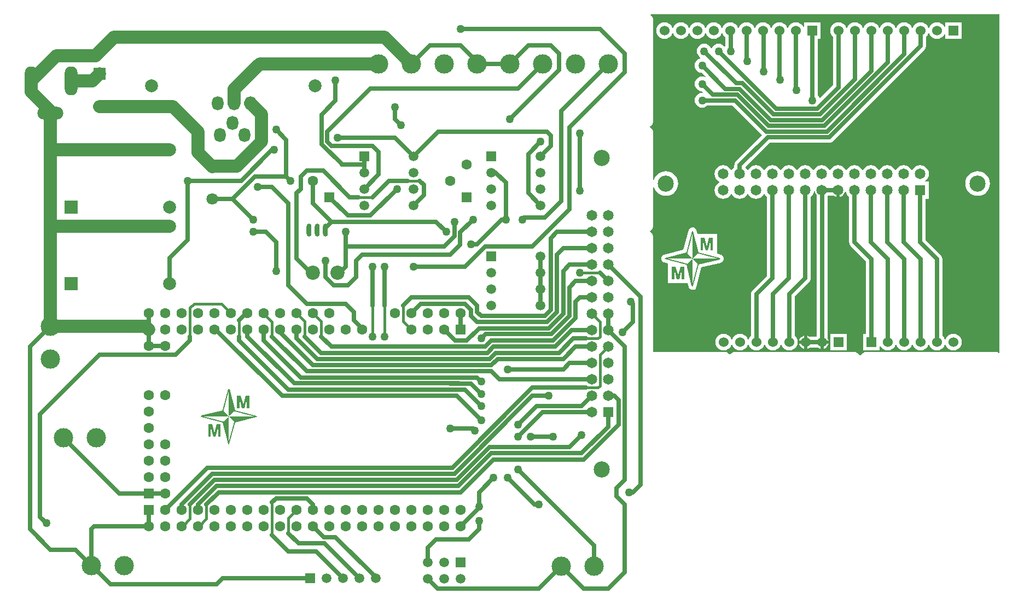
<source format=gbl>
%FSLAX25Y25*%
%MOIN*%
G70*
G01*
G75*
G04 Layer_Physical_Order=2*
G04 Layer_Color=16711680*
%ADD10R,0.05118X0.05906*%
%ADD11R,0.05118X0.03347*%
%ADD12R,0.06000X0.06000*%
%ADD13R,0.03347X0.05118*%
%ADD14R,0.02362X0.05118*%
%ADD15R,0.05906X0.05118*%
%ADD16C,0.02500*%
%ADD17C,0.10000*%
%ADD18C,0.01500*%
%ADD19O,0.07087X0.08661*%
%ADD20R,0.06000X0.06000*%
%ADD21C,0.06000*%
%ADD22C,0.07874*%
%ADD23R,0.07874X0.07874*%
%ADD24O,0.15748X0.07874*%
%ADD25O,0.07874X0.17716*%
%ADD26O,0.03000X0.07874*%
%ADD27R,0.06299X0.06299*%
%ADD28C,0.06299*%
%ADD29O,0.03000X0.07874*%
%ADD30C,0.07087*%
%ADD31R,0.05906X0.05906*%
%ADD32C,0.05906*%
%ADD33R,0.07284X0.07284*%
%ADD34C,0.07284*%
%ADD35R,0.06299X0.06299*%
%ADD36C,0.08661*%
%ADD37C,0.06496*%
%ADD38R,0.06496X0.06496*%
%ADD39R,0.06496X0.06496*%
%ADD40C,0.11811*%
%ADD41C,0.09843*%
%ADD42C,0.05000*%
%ADD43R,0.00787X0.00787*%
%ADD44C,0.08000*%
%ADD45C,0.00787*%
G36*
X145899Y109218D02*
X132884Y105965D01*
X129596Y109253D01*
X129787Y109714D01*
X145838D01*
X145899Y109218D01*
D02*
G37*
G36*
X128672Y110177D02*
X128481Y109714D01*
X112430D01*
X112369Y110211D01*
X125384Y113464D01*
X128672Y110177D01*
D02*
G37*
G36*
X132884Y113464D02*
X129596Y110177D01*
X129134Y110368D01*
Y126418D01*
X129630Y126479D01*
X132884Y113464D01*
D02*
G37*
G36*
X129134Y109061D02*
Y93011D01*
X128638Y92950D01*
X125384Y105965D01*
X128672Y109253D01*
X129134Y109061D01*
D02*
G37*
G36*
X124033Y97215D02*
X122600D01*
X122589Y103258D01*
X121078Y97215D01*
X119578D01*
X118067Y103258D01*
Y97215D01*
X116634D01*
Y104903D01*
X118956D01*
X120334Y99648D01*
X121700Y104903D01*
X124033D01*
Y97215D01*
D02*
G37*
G36*
X141533Y114715D02*
X140100D01*
X140089Y120758D01*
X138578Y114715D01*
X137078D01*
X135567Y120758D01*
Y114715D01*
X134134D01*
Y122403D01*
X136456D01*
X137833Y117148D01*
X139200Y122403D01*
X141533D01*
Y114715D01*
D02*
G37*
G36*
X598750Y148649D02*
X598302Y148428D01*
X598251Y148467D01*
X597286Y148866D01*
X596250Y149003D01*
X517500D01*
X516464Y148866D01*
X515499Y148467D01*
X514670Y147830D01*
X514034Y147001D01*
X514000Y146920D01*
X513500D01*
X513467Y147001D01*
X512830Y147830D01*
X512001Y148467D01*
X511036Y148866D01*
X510000Y149003D01*
X437500D01*
X436464Y148866D01*
X435499Y148467D01*
X434670Y147830D01*
X434625Y147772D01*
X434125D01*
X434080Y147830D01*
X433251Y148467D01*
X432286Y148866D01*
X431250Y149003D01*
X388001D01*
X387671Y149379D01*
X387753Y150000D01*
Y218750D01*
X387616Y219786D01*
X387216Y220751D01*
X386580Y221580D01*
X385751Y222217D01*
X385670Y222250D01*
Y222750D01*
X385751Y222783D01*
X386580Y223420D01*
X387216Y224249D01*
X387616Y225214D01*
X387753Y226250D01*
Y249287D01*
X388253Y249361D01*
X388410Y248842D01*
X389108Y247537D01*
X390047Y246393D01*
X391190Y245454D01*
X392495Y244757D01*
X393911Y244327D01*
X395384Y244182D01*
X396856Y244327D01*
X398272Y244757D01*
X399577Y245454D01*
X400721Y246393D01*
X401660Y247537D01*
X402357Y248842D01*
X402787Y250258D01*
X402932Y251730D01*
X402787Y253203D01*
X402357Y254619D01*
X401660Y255924D01*
X400721Y257068D01*
X399577Y258006D01*
X398272Y258704D01*
X396856Y259133D01*
X395384Y259278D01*
X393911Y259133D01*
X392495Y258704D01*
X391190Y258006D01*
X390047Y257068D01*
X389108Y255924D01*
X388410Y254619D01*
X388253Y254100D01*
X387753Y254174D01*
Y282500D01*
X387616Y283536D01*
X387216Y284501D01*
X386580Y285330D01*
X385751Y285966D01*
X385670Y286000D01*
Y286500D01*
X385751Y286533D01*
X386580Y287170D01*
X387216Y287999D01*
X387616Y288964D01*
X387753Y290000D01*
Y351250D01*
X387616Y352286D01*
X387216Y353251D01*
X386580Y354080D01*
X386034Y354500D01*
X386203Y355000D01*
X598750D01*
Y148649D01*
D02*
G37*
%LPC*%
G36*
X479625Y154000D02*
X476722D01*
X476728Y153956D01*
X477131Y152983D01*
X477772Y152147D01*
X478608Y151506D01*
X479581Y151103D01*
X479625Y151097D01*
Y154000D01*
D02*
G37*
G36*
X505625Y160000D02*
X495625D01*
Y150000D01*
X505625D01*
Y160000D01*
D02*
G37*
G36*
X494528Y154000D02*
X491625D01*
Y151097D01*
X491669Y151103D01*
X492642Y151506D01*
X493478Y152147D01*
X494119Y152983D01*
X494522Y153956D01*
X494528Y154000D01*
D02*
G37*
G36*
X585384Y259278D02*
X583911Y259133D01*
X582495Y258704D01*
X581190Y258006D01*
X580047Y257068D01*
X579108Y255924D01*
X578410Y254619D01*
X577981Y253203D01*
X577836Y251730D01*
X577981Y250258D01*
X578410Y248842D01*
X579108Y247537D01*
X580047Y246393D01*
X581190Y245454D01*
X582495Y244757D01*
X583911Y244327D01*
X585384Y244182D01*
X586856Y244327D01*
X588272Y244757D01*
X589577Y245454D01*
X590721Y246393D01*
X591660Y247537D01*
X592357Y248842D01*
X592787Y250258D01*
X592932Y251730D01*
X592787Y253203D01*
X592357Y254619D01*
X591660Y255924D01*
X590721Y257068D01*
X589577Y258006D01*
X588272Y258704D01*
X586856Y259133D01*
X585384Y259278D01*
D02*
G37*
G36*
X560625Y350043D02*
X559320Y349871D01*
X558103Y349367D01*
X557059Y348566D01*
X556257Y347522D01*
X555896Y346648D01*
X555354D01*
X554992Y347522D01*
X554191Y348566D01*
X553147Y349367D01*
X551930Y349871D01*
X550625Y350043D01*
X549320Y349871D01*
X548103Y349367D01*
X547059Y348566D01*
X546257Y347522D01*
X545896Y346648D01*
X545354D01*
X544992Y347522D01*
X544191Y348566D01*
X543147Y349367D01*
X541930Y349871D01*
X540625Y350043D01*
X539320Y349871D01*
X538103Y349367D01*
X537059Y348566D01*
X536258Y347522D01*
X535896Y346648D01*
X535354D01*
X534993Y347522D01*
X534191Y348566D01*
X533147Y349367D01*
X531930Y349871D01*
X530625Y350043D01*
X529320Y349871D01*
X528103Y349367D01*
X527059Y348566D01*
X526258Y347522D01*
X525896Y346648D01*
X525354D01*
X524993Y347522D01*
X524191Y348566D01*
X523147Y349367D01*
X521930Y349871D01*
X520625Y350043D01*
X519320Y349871D01*
X518103Y349367D01*
X517059Y348566D01*
X516257Y347522D01*
X515896Y346648D01*
X515354D01*
X514993Y347522D01*
X514191Y348566D01*
X513147Y349367D01*
X511930Y349871D01*
X510625Y350043D01*
X509320Y349871D01*
X508103Y349367D01*
X507059Y348566D01*
X506257Y347522D01*
X505896Y346648D01*
X505354D01*
X504992Y347522D01*
X504191Y348566D01*
X503147Y349367D01*
X501930Y349871D01*
X500625Y350043D01*
X499320Y349871D01*
X498103Y349367D01*
X497059Y348566D01*
X496257Y347522D01*
X495754Y346305D01*
X495582Y345000D01*
X495754Y343695D01*
X496257Y342478D01*
X497059Y341434D01*
X497347Y341213D01*
Y311732D01*
X489471Y303856D01*
X488884Y303976D01*
X488556Y304769D01*
X487903Y305620D01*
Y340000D01*
X489625D01*
Y350000D01*
X479625D01*
Y347301D01*
X479125Y347202D01*
X478993Y347522D01*
X478191Y348566D01*
X477147Y349367D01*
X475930Y349871D01*
X474625Y350043D01*
X473320Y349871D01*
X472103Y349367D01*
X471059Y348566D01*
X470258Y347522D01*
X469896Y346648D01*
X469354D01*
X468993Y347522D01*
X468191Y348566D01*
X467147Y349367D01*
X465930Y349871D01*
X464625Y350043D01*
X463320Y349871D01*
X462103Y349367D01*
X461059Y348566D01*
X460257Y347522D01*
X459896Y346648D01*
X459354D01*
X458992Y347522D01*
X458191Y348566D01*
X457147Y349367D01*
X455930Y349871D01*
X454625Y350043D01*
X453320Y349871D01*
X452103Y349367D01*
X451059Y348566D01*
X450257Y347522D01*
X449896Y346648D01*
X449354D01*
X448992Y347522D01*
X448191Y348566D01*
X447147Y349367D01*
X445930Y349871D01*
X444625Y350043D01*
X443320Y349871D01*
X442103Y349367D01*
X441059Y348566D01*
X440258Y347522D01*
X439896Y346648D01*
X439354D01*
X438993Y347522D01*
X438191Y348566D01*
X437147Y349367D01*
X435930Y349871D01*
X434625Y350043D01*
X433320Y349871D01*
X432103Y349367D01*
X431059Y348566D01*
X430258Y347522D01*
X429896Y346648D01*
X429354D01*
X428993Y347522D01*
X428191Y348566D01*
X427147Y349367D01*
X425930Y349871D01*
X424625Y350043D01*
X423320Y349871D01*
X422103Y349367D01*
X421059Y348566D01*
X420258Y347522D01*
X419896Y346648D01*
X419354D01*
X418993Y347522D01*
X418191Y348566D01*
X417147Y349367D01*
X415930Y349871D01*
X414625Y350043D01*
X413320Y349871D01*
X412103Y349367D01*
X411059Y348566D01*
X410257Y347522D01*
X409896Y346648D01*
X409354D01*
X408992Y347522D01*
X408191Y348566D01*
X407147Y349367D01*
X405930Y349871D01*
X404625Y350043D01*
X403320Y349871D01*
X402103Y349367D01*
X401059Y348566D01*
X400257Y347522D01*
X399896Y346648D01*
X399354D01*
X398992Y347522D01*
X398191Y348566D01*
X397147Y349367D01*
X395930Y349871D01*
X394625Y350043D01*
X393320Y349871D01*
X392103Y349367D01*
X391059Y348566D01*
X390258Y347522D01*
X389754Y346305D01*
X389582Y345000D01*
X389754Y343695D01*
X390258Y342478D01*
X391059Y341434D01*
X392103Y340633D01*
X393320Y340129D01*
X394625Y339957D01*
X395930Y340129D01*
X397147Y340633D01*
X398191Y341434D01*
X398992Y342478D01*
X399354Y343352D01*
X399896D01*
X400257Y342478D01*
X401059Y341434D01*
X402103Y340633D01*
X403320Y340129D01*
X404625Y339957D01*
X405930Y340129D01*
X407147Y340633D01*
X408191Y341434D01*
X408992Y342478D01*
X409354Y343352D01*
X409896D01*
X410257Y342478D01*
X411059Y341434D01*
X412103Y340633D01*
X413320Y340129D01*
X414625Y339957D01*
X415930Y340129D01*
X417147Y340633D01*
X418191Y341434D01*
X418993Y342478D01*
X419354Y343352D01*
X419896D01*
X420258Y342478D01*
X421059Y341434D01*
X422103Y340633D01*
X423320Y340129D01*
X424625Y339957D01*
X425930Y340129D01*
X427147Y340633D01*
X428191Y341434D01*
X428993Y342478D01*
X429354Y343352D01*
X429896D01*
X430258Y342478D01*
X431059Y341434D01*
X431722Y340925D01*
Y335620D01*
X431500Y335331D01*
X431000D01*
X430709Y335709D01*
X429769Y336431D01*
X428675Y336884D01*
X427500Y337039D01*
X426325Y336884D01*
X425231Y336431D01*
X424291Y335709D01*
X423569Y334769D01*
X423375Y334300D01*
X422875D01*
X422681Y334769D01*
X421959Y335709D01*
X421019Y336431D01*
X419925Y336884D01*
X418750Y337039D01*
X417575Y336884D01*
X416481Y336431D01*
X415541Y335709D01*
X414819Y334769D01*
X414366Y333675D01*
X414211Y332500D01*
X414366Y331325D01*
X414819Y330231D01*
X415541Y329291D01*
X416381Y328646D01*
X416337Y328244D01*
X416281Y328116D01*
X415231Y327681D01*
X414291Y326959D01*
X413569Y326019D01*
X413116Y324925D01*
X412961Y323750D01*
X413116Y322575D01*
X413569Y321481D01*
X414291Y320541D01*
X415231Y319819D01*
X416325Y319366D01*
X417388Y319226D01*
X419552Y317062D01*
X419269Y316638D01*
X418675Y316884D01*
X417500Y317039D01*
X416325Y316884D01*
X415231Y316431D01*
X414291Y315709D01*
X413569Y314769D01*
X413116Y313675D01*
X412961Y312500D01*
X413116Y311325D01*
X413569Y310231D01*
X414291Y309291D01*
X415231Y308569D01*
X416325Y308116D01*
X417388Y307976D01*
X417901Y307464D01*
X417679Y307015D01*
X417500Y307039D01*
X416325Y306884D01*
X415231Y306431D01*
X414291Y305709D01*
X413569Y304769D01*
X413116Y303675D01*
X412961Y302500D01*
X413116Y301325D01*
X413569Y300231D01*
X414291Y299291D01*
X415231Y298569D01*
X416325Y298116D01*
X417500Y297961D01*
X418675Y298116D01*
X419769Y298569D01*
X420620Y299222D01*
X436142D01*
X454114Y281250D01*
X438066Y265202D01*
X437545Y264523D01*
X437381Y264128D01*
X437218Y263732D01*
X437162Y263308D01*
X437106Y262884D01*
Y261814D01*
X436641Y261457D01*
X435800Y260361D01*
X435634Y259961D01*
X435134D01*
X434968Y260361D01*
X434127Y261457D01*
X433031Y262299D01*
X431754Y262827D01*
X430384Y263008D01*
X429014Y262827D01*
X427737Y262299D01*
X426641Y261457D01*
X425800Y260361D01*
X425271Y259085D01*
X425091Y257715D01*
X425271Y256345D01*
X425800Y255068D01*
X426641Y253972D01*
X427737Y253130D01*
X428138Y252964D01*
Y252465D01*
X427737Y252299D01*
X426641Y251458D01*
X425800Y250361D01*
X425271Y249084D01*
X425091Y247714D01*
X425271Y246344D01*
X425800Y245068D01*
X426641Y243972D01*
X427737Y243130D01*
X429014Y242602D01*
X430384Y242421D01*
X431754Y242602D01*
X433031Y243130D01*
X434127Y243972D01*
X434968Y245068D01*
X435134Y245468D01*
X435634D01*
X435800Y245068D01*
X436641Y243972D01*
X437737Y243130D01*
X439014Y242602D01*
X440384Y242421D01*
X441754Y242602D01*
X443031Y243130D01*
X444127Y243972D01*
X444968Y245068D01*
X445134Y245468D01*
X445634D01*
X445800Y245068D01*
X446641Y243972D01*
X447737Y243130D01*
X449014Y242602D01*
X450384Y242421D01*
X451754Y242602D01*
X453030Y243130D01*
X454127Y243972D01*
X454968Y245068D01*
X455134Y245468D01*
X455634D01*
X455800Y245068D01*
X456641Y243972D01*
X457106Y243615D01*
Y195492D01*
X448307Y186693D01*
X447786Y186014D01*
X447622Y185619D01*
X447459Y185223D01*
X447403Y184799D01*
X447347Y184375D01*
Y158787D01*
X447059Y158566D01*
X446257Y157522D01*
X445896Y156648D01*
X445354D01*
X444992Y157522D01*
X444191Y158566D01*
X443147Y159368D01*
X441930Y159871D01*
X440625Y160043D01*
X439320Y159871D01*
X438103Y159368D01*
X437059Y158566D01*
X436258Y157522D01*
X435896Y156648D01*
X435354D01*
X434993Y157522D01*
X434191Y158566D01*
X433147Y159368D01*
X431930Y159871D01*
X430625Y160043D01*
X429320Y159871D01*
X428103Y159368D01*
X427059Y158566D01*
X426258Y157522D01*
X425754Y156305D01*
X425582Y155000D01*
X425754Y153695D01*
X426258Y152478D01*
X427059Y151434D01*
X428103Y150633D01*
X429320Y150129D01*
X430625Y149957D01*
X431930Y150129D01*
X433147Y150633D01*
X434191Y151434D01*
X434993Y152478D01*
X435354Y153352D01*
X435896D01*
X436258Y152478D01*
X437059Y151434D01*
X438103Y150633D01*
X439320Y150129D01*
X440625Y149957D01*
X441930Y150129D01*
X443147Y150633D01*
X444191Y151434D01*
X444992Y152478D01*
X445354Y153352D01*
X445896D01*
X446257Y152478D01*
X447059Y151434D01*
X448103Y150633D01*
X449320Y150129D01*
X450625Y149957D01*
X451930Y150129D01*
X453147Y150633D01*
X454191Y151434D01*
X454992Y152478D01*
X455354Y153352D01*
X455896D01*
X456257Y152478D01*
X457059Y151434D01*
X458103Y150633D01*
X459320Y150129D01*
X460625Y149957D01*
X461930Y150129D01*
X463147Y150633D01*
X464191Y151434D01*
X464993Y152478D01*
X465354Y153352D01*
X465896D01*
X466257Y152478D01*
X467059Y151434D01*
X468103Y150633D01*
X469320Y150129D01*
X470625Y149957D01*
X471930Y150129D01*
X473147Y150633D01*
X474191Y151434D01*
X474993Y152478D01*
X475496Y153695D01*
X475668Y155000D01*
X475496Y156305D01*
X474993Y157522D01*
X474191Y158566D01*
X473903Y158787D01*
Y183017D01*
X482702Y191816D01*
X483223Y192495D01*
X483386Y192890D01*
X483550Y193285D01*
X483606Y193710D01*
X483662Y194134D01*
Y243615D01*
X484127Y243972D01*
X484968Y245068D01*
X485497Y246344D01*
X485636Y247402D01*
X486140D01*
X486245Y246606D01*
X486673Y245572D01*
X487347Y244694D01*
Y158278D01*
X482924D01*
X482642Y158494D01*
X481669Y158897D01*
X481625Y158903D01*
Y155000D01*
Y151097D01*
X481669Y151103D01*
X482642Y151506D01*
X482924Y151722D01*
X488326D01*
X488608Y151506D01*
X489581Y151103D01*
X489625Y151097D01*
Y155000D01*
X490625D01*
Y156000D01*
X494528D01*
X494522Y156044D01*
X494119Y157017D01*
X493903Y157299D01*
Y244437D01*
X497678D01*
X498242Y244004D01*
X499275Y243576D01*
X499384Y243562D01*
Y247714D01*
X501384D01*
Y243562D01*
X501493Y243576D01*
X502526Y244004D01*
X503414Y244685D01*
X504095Y245572D01*
X504523Y246606D01*
X504627Y247402D01*
X505132D01*
X505271Y246344D01*
X505800Y245068D01*
X506641Y243972D01*
X507106Y243615D01*
Y215866D01*
X507162Y215442D01*
X507218Y215018D01*
X507381Y214622D01*
X507545Y214227D01*
X508066Y213548D01*
X517347Y204267D01*
Y160000D01*
X515625D01*
Y150000D01*
X525625D01*
Y152699D01*
X526125Y152798D01*
X526258Y152478D01*
X527059Y151434D01*
X528103Y150633D01*
X529320Y150129D01*
X530625Y149957D01*
X531930Y150129D01*
X533147Y150633D01*
X534191Y151434D01*
X534993Y152478D01*
X535354Y153352D01*
X535896D01*
X536258Y152478D01*
X537059Y151434D01*
X538103Y150633D01*
X539320Y150129D01*
X540625Y149957D01*
X541930Y150129D01*
X543147Y150633D01*
X544191Y151434D01*
X544992Y152478D01*
X545354Y153352D01*
X545896D01*
X546257Y152478D01*
X547059Y151434D01*
X548103Y150633D01*
X549320Y150129D01*
X550625Y149957D01*
X551930Y150129D01*
X553147Y150633D01*
X554191Y151434D01*
X554992Y152478D01*
X555354Y153352D01*
X555896D01*
X556257Y152478D01*
X557059Y151434D01*
X558103Y150633D01*
X559320Y150129D01*
X560625Y149957D01*
X561930Y150129D01*
X563147Y150633D01*
X564191Y151434D01*
X564993Y152478D01*
X565354Y153352D01*
X565896D01*
X566257Y152478D01*
X567059Y151434D01*
X568103Y150633D01*
X569320Y150129D01*
X570625Y149957D01*
X571930Y150129D01*
X573147Y150633D01*
X574191Y151434D01*
X574993Y152478D01*
X575496Y153695D01*
X575668Y155000D01*
X575496Y156305D01*
X574993Y157522D01*
X574191Y158566D01*
X573147Y159368D01*
X571930Y159871D01*
X570625Y160043D01*
X569320Y159871D01*
X568103Y159368D01*
X567059Y158566D01*
X566257Y157522D01*
X565896Y156648D01*
X565354D01*
X564993Y157522D01*
X564191Y158566D01*
X563903Y158787D01*
Y205625D01*
X563847Y206049D01*
X563791Y206473D01*
X563628Y206869D01*
X563464Y207264D01*
X563169Y207648D01*
X562943Y207943D01*
X553662Y217224D01*
Y242466D01*
X555632D01*
Y252963D01*
X553633D01*
X553463Y253463D01*
X554127Y253972D01*
X554968Y255068D01*
X555497Y256345D01*
X555677Y257715D01*
X555497Y259085D01*
X554968Y260361D01*
X554127Y261457D01*
X553030Y262299D01*
X551754Y262827D01*
X550384Y263008D01*
X549014Y262827D01*
X547737Y262299D01*
X546641Y261457D01*
X545800Y260361D01*
X545634Y259961D01*
X545134D01*
X544968Y260361D01*
X544127Y261457D01*
X543031Y262299D01*
X541754Y262827D01*
X540384Y263008D01*
X539014Y262827D01*
X537737Y262299D01*
X536641Y261457D01*
X535800Y260361D01*
X535634Y259961D01*
X535134D01*
X534968Y260361D01*
X534127Y261457D01*
X533031Y262299D01*
X531754Y262827D01*
X530384Y263008D01*
X529014Y262827D01*
X527737Y262299D01*
X526641Y261457D01*
X525800Y260361D01*
X525634Y259961D01*
X525134D01*
X524968Y260361D01*
X524127Y261457D01*
X523031Y262299D01*
X521754Y262827D01*
X520384Y263008D01*
X519014Y262827D01*
X517737Y262299D01*
X516641Y261457D01*
X515800Y260361D01*
X515634Y259961D01*
X515134D01*
X514968Y260361D01*
X514127Y261457D01*
X513030Y262299D01*
X511754Y262827D01*
X510384Y263008D01*
X509014Y262827D01*
X507737Y262299D01*
X506641Y261457D01*
X505800Y260361D01*
X505634Y259961D01*
X505134D01*
X504968Y260361D01*
X504127Y261457D01*
X503030Y262299D01*
X501754Y262827D01*
X500384Y263008D01*
X499014Y262827D01*
X497737Y262299D01*
X496641Y261457D01*
X495800Y260361D01*
X495634Y259961D01*
X495134D01*
X494968Y260361D01*
X494127Y261457D01*
X493031Y262299D01*
X491754Y262827D01*
X490384Y263008D01*
X489014Y262827D01*
X487737Y262299D01*
X486641Y261457D01*
X485800Y260361D01*
X485634Y259961D01*
X485134D01*
X484968Y260361D01*
X484127Y261457D01*
X483031Y262299D01*
X481754Y262827D01*
X480384Y263008D01*
X479014Y262827D01*
X477737Y262299D01*
X476641Y261457D01*
X475800Y260361D01*
X475634Y259961D01*
X475134D01*
X474968Y260361D01*
X474127Y261457D01*
X473031Y262299D01*
X471754Y262827D01*
X470384Y263008D01*
X469014Y262827D01*
X467737Y262299D01*
X466641Y261457D01*
X465800Y260361D01*
X465634Y259961D01*
X465134D01*
X464968Y260361D01*
X464127Y261457D01*
X463030Y262299D01*
X461754Y262827D01*
X460384Y263008D01*
X459014Y262827D01*
X457737Y262299D01*
X456641Y261457D01*
X455800Y260361D01*
X455634Y259961D01*
X455134D01*
X454968Y260361D01*
X454127Y261457D01*
X453030Y262299D01*
X451754Y262827D01*
X450384Y263008D01*
X449014Y262827D01*
X447737Y262299D01*
X446641Y261457D01*
X445800Y260361D01*
X445634Y259961D01*
X445134D01*
X444968Y260361D01*
X444127Y261457D01*
X444126Y261458D01*
X444093Y261957D01*
X458858Y276722D01*
X495000D01*
X495424Y276778D01*
X495848Y276834D01*
X496244Y276997D01*
X496639Y277161D01*
X497318Y277682D01*
X552943Y333307D01*
X553464Y333986D01*
X553628Y334381D01*
X553791Y334777D01*
X553847Y335201D01*
X553903Y335625D01*
Y341213D01*
X554191Y341434D01*
X554992Y342478D01*
X555354Y343352D01*
X555896D01*
X556257Y342478D01*
X557059Y341434D01*
X558103Y340633D01*
X559320Y340129D01*
X560625Y339957D01*
X561930Y340129D01*
X563147Y340633D01*
X564191Y341434D01*
X564993Y342478D01*
X565125Y342798D01*
X565625Y342699D01*
Y340000D01*
X575625D01*
Y350000D01*
X565625D01*
Y347301D01*
X565125Y347202D01*
X564993Y347522D01*
X564191Y348566D01*
X563147Y349367D01*
X561930Y349871D01*
X560625Y350043D01*
D02*
G37*
G36*
X479625Y158903D02*
X479581Y158897D01*
X478608Y158494D01*
X477772Y157853D01*
X477131Y157017D01*
X476728Y156044D01*
X476722Y156000D01*
X479625D01*
Y158903D01*
D02*
G37*
G36*
X411306Y225087D02*
X410406Y224778D01*
X409692Y224147D01*
X409274Y223291D01*
X406129Y211378D01*
X394374Y208439D01*
X394126Y208322D01*
X393864Y208235D01*
X393769Y208153D01*
X393655Y208099D01*
X393470Y207895D01*
X393262Y207716D01*
X393233Y207660D01*
X392988Y207443D01*
X392570Y206588D01*
X392511Y205637D01*
X392821Y204736D01*
X393451Y204023D01*
X394307Y203605D01*
X396634Y202991D01*
Y190964D01*
X408594D01*
X409159Y188705D01*
X409277Y188456D01*
X409363Y188195D01*
X409445Y188100D01*
X409499Y187986D01*
X409703Y187801D01*
X409883Y187592D01*
X409939Y187564D01*
X410155Y187319D01*
X411011Y186901D01*
X411961Y186842D01*
X412862Y187152D01*
X413576Y187782D01*
X413994Y188638D01*
X417139Y200551D01*
X428893Y203490D01*
X429142Y203608D01*
X429403Y203694D01*
X429499Y203776D01*
X429613Y203830D01*
X429798Y204034D01*
X430006Y204213D01*
X430034Y204269D01*
X430279Y204486D01*
X430697Y205342D01*
X430756Y206292D01*
X430447Y207193D01*
X429816Y207906D01*
X428961Y208324D01*
X426533Y208965D01*
Y221153D01*
X414626D01*
X414108Y223224D01*
X413991Y223473D01*
X413905Y223734D01*
X413822Y223830D01*
X413768Y223943D01*
X413565Y224128D01*
X413385Y224337D01*
X413329Y224365D01*
X413112Y224610D01*
X412257Y225028D01*
X411306Y225087D01*
D02*
G37*
%LPD*%
G36*
X406533Y193465D02*
X405100D01*
X405089Y199508D01*
X403578Y193465D01*
X402078D01*
X400567Y199508D01*
Y193465D01*
X399134D01*
Y201153D01*
X401456D01*
X402834Y195898D01*
X404200Y201153D01*
X406533D01*
Y193465D01*
D02*
G37*
G36*
X424033Y210964D02*
X422600D01*
X422589Y217008D01*
X421078Y210964D01*
X419578D01*
X418067Y217008D01*
Y210964D01*
X416634D01*
Y218653D01*
X418956D01*
X420333Y213398D01*
X421700Y218653D01*
X424033D01*
Y210964D01*
D02*
G37*
G36*
X428399Y205468D02*
X415384Y202215D01*
X412096Y205503D01*
X412287Y205964D01*
X428338D01*
X428399Y205468D01*
D02*
G37*
G36*
X411634Y205311D02*
Y189261D01*
X411138Y189200D01*
X407884Y202215D01*
X411172Y205503D01*
X411634Y205311D01*
D02*
G37*
G36*
X415384Y209715D02*
X412096Y206427D01*
X411634Y206618D01*
Y222668D01*
X412130Y222729D01*
X415384Y209715D01*
D02*
G37*
G36*
X411172Y206427D02*
X410981Y205964D01*
X394930D01*
X394869Y206461D01*
X407884Y209715D01*
X411172Y206427D01*
D02*
G37*
D16*
X500625Y310374D02*
Y345000D01*
X487751Y297500D02*
X500625Y310374D01*
X462500Y297500D02*
X487751D01*
X510625Y315424D02*
Y345000D01*
X489201Y294000D02*
X510625Y315424D01*
X460849Y294000D02*
X489201D01*
X520625Y320474D02*
Y345000D01*
X490651Y290500D02*
X520625Y320474D01*
X459400Y290500D02*
X490651D01*
X530625Y325524D02*
Y345000D01*
X492100Y287000D02*
X530625Y325524D01*
X457950Y287000D02*
X492100D01*
X540625Y330575D02*
Y345000D01*
X493550Y283500D02*
X540625Y330575D01*
X456500Y283500D02*
X493550D01*
X550625Y335625D02*
Y345000D01*
X495000Y280000D02*
X550625Y335625D01*
X457500Y280000D02*
X495000D01*
X427500Y332500D02*
X462500Y297500D01*
X441849Y313000D02*
X460849Y294000D01*
X440400Y309500D02*
X459400Y290500D01*
X438950Y306000D02*
X457950Y287000D01*
X437500Y302500D02*
X456500Y283500D01*
X440384Y262884D02*
X457500Y280000D01*
X438250Y313000D02*
X441849D01*
X418750Y332500D02*
X438250Y313000D01*
X431750Y309500D02*
X440400D01*
X417500Y323750D02*
X431750Y309500D01*
X424000Y306000D02*
X438950D01*
X417500Y312500D02*
X424000Y306000D01*
X417500Y302500D02*
X437500D01*
X440384Y257715D02*
Y262884D01*
X484625Y302500D02*
Y345000D01*
X474625Y309125D02*
Y345000D01*
Y309125D02*
X475000Y308750D01*
X464625Y315375D02*
X465000Y315000D01*
X464625Y315375D02*
Y345000D01*
X454625D02*
X455000Y344625D01*
Y320000D02*
Y344625D01*
X444625Y326625D02*
X445000Y326250D01*
X444625Y326625D02*
Y345000D01*
X435000Y332500D02*
Y344625D01*
X450625Y155000D02*
Y184375D01*
X460384Y194134D01*
Y247714D01*
X460625Y155000D02*
Y184375D01*
X470384Y194134D01*
Y247714D01*
X480384Y194134D02*
Y247714D01*
X470625Y184375D02*
X480384Y194134D01*
X470625Y155000D02*
Y184375D01*
X480625Y155000D02*
X490625D01*
X490384Y247714D02*
X500384D01*
X490384D02*
X490625Y247473D01*
Y155000D02*
Y247473D01*
X510384Y215866D02*
Y247714D01*
Y215866D02*
X520625Y205625D01*
Y155000D02*
Y205625D01*
X520384Y215866D02*
Y247714D01*
Y215866D02*
X530625Y205625D01*
Y155000D02*
Y205625D01*
X530384Y215866D02*
Y247714D01*
Y215866D02*
X540625Y205625D01*
Y155000D02*
Y205625D01*
X540384Y215866D02*
Y247714D01*
Y215866D02*
X550625Y205625D01*
Y155000D02*
Y205625D01*
X560625Y155000D02*
Y205625D01*
X550384Y215866D02*
X560625Y205625D01*
X550384Y215866D02*
Y247714D01*
X104134Y217259D02*
Y253465D01*
X93125Y206250D02*
X104134Y217259D01*
X93125Y190625D02*
Y206250D01*
X80384Y162715D02*
Y172714D01*
Y152715D02*
Y162715D01*
X202785Y243464D02*
X207884D01*
X186536Y259715D02*
X202785Y243464D01*
X176634Y259715D02*
X186536D01*
X187884Y224714D02*
X191634Y228465D01*
X187884Y223464D02*
Y224714D01*
X191634Y228465D02*
X255384D01*
X180384Y239715D02*
X191634Y228465D01*
X180384Y239715D02*
Y253465D01*
X230384Y279714D02*
X241634Y268464D01*
X195384Y279714D02*
X230384D01*
X241634Y268464D02*
X256634Y283465D01*
X319134Y268464D02*
X325384Y274714D01*
Y280964D01*
X322884Y283465D02*
X325384Y280964D01*
X256634Y283465D02*
X322884D01*
X331634Y295965D02*
X360384Y324714D01*
X321634Y230964D02*
X331634Y240965D01*
Y295965D01*
X336634Y285964D02*
X370384Y319714D01*
X336634Y235964D02*
Y285964D01*
X314134Y213464D02*
X336634Y235964D01*
X311634Y245965D02*
X319134Y238464D01*
X311634Y245965D02*
Y269714D01*
X319134Y277215D01*
X374134Y179715D02*
X375384Y178464D01*
Y167215D02*
Y178464D01*
X369134Y160965D02*
X375384Y167215D01*
X360384Y202215D02*
X380059Y182539D01*
Y68140D02*
Y182539D01*
X375384Y63464D02*
X380059Y68140D01*
X312884Y97215D02*
X326634D01*
X281634Y63464D02*
X290384Y72215D01*
X216634Y177215D02*
Y200964D01*
X295384Y229714D02*
X297884D01*
X280384Y214715D02*
X295384Y229714D01*
X309134Y230964D02*
X321634D01*
X307884Y229714D02*
X309134Y230964D01*
X206634Y194714D02*
Y204714D01*
X201634Y189715D02*
X206634Y194714D01*
X192884Y189715D02*
X201634D01*
X187884Y194714D02*
X192884Y189715D01*
X187884Y194714D02*
Y204714D01*
X165384Y189715D02*
Y239715D01*
X205384Y168465D02*
Y173465D01*
X165384Y189715D02*
X176634Y178464D01*
X200384D01*
X205384Y173465D01*
X206634Y204714D02*
X210384Y208465D01*
X224134Y177215D02*
Y200964D01*
X210384Y208465D02*
X264134D01*
X270134Y214464D01*
X241634Y200964D02*
X272884D01*
X270134Y214464D02*
Y221965D01*
X277884Y229714D01*
X230384Y290965D02*
X234134Y287214D01*
X230384Y290965D02*
Y298464D01*
X185634Y293714D02*
X194134Y302215D01*
Y314715D01*
X211634Y263464D02*
Y268464D01*
Y258465D02*
Y263464D01*
X185634Y275765D02*
Y293714D01*
Y275765D02*
X197884Y263515D01*
Y263464D02*
Y263515D01*
Y263464D02*
X211634D01*
X189134Y277215D02*
Y283465D01*
X211634Y248464D02*
X220384Y257214D01*
Y270965D01*
X216634Y274714D02*
X220384Y270965D01*
X191634Y274714D02*
X216634D01*
X189134Y277215D02*
X191634Y274714D01*
X300384Y324714D02*
X311634Y335964D01*
X325384D01*
X330384Y330964D01*
Y320945D02*
Y330964D01*
X300394Y290955D02*
X330384Y320945D01*
X276634Y214715D02*
X280384D01*
X241634Y238464D02*
X247884Y244714D01*
Y250964D01*
X245384Y253465D02*
X247884Y250964D01*
X226634Y253465D02*
X237884D01*
X216634Y243464D02*
X226634Y253465D01*
X172884Y255964D02*
X176634Y259715D01*
X172884Y248464D02*
Y255964D01*
X170384Y245965D02*
X172884Y248464D01*
X170384Y205964D02*
Y245965D01*
Y205964D02*
X180384Y195965D01*
X190384Y243464D02*
X201634Y232214D01*
X215384D01*
X231634Y248464D01*
X255384Y228465D02*
X261634Y222215D01*
X319134Y177215D02*
Y207214D01*
X157884Y198465D02*
Y215965D01*
X151634Y222215D02*
X157884Y215965D01*
X144134Y222215D02*
X151634D01*
X195384Y195965D02*
X200384Y200964D01*
X80384Y152715D02*
X90384D01*
X7884Y152215D02*
X20384Y164715D01*
X45384Y40964D02*
X47134Y42715D01*
X80384D01*
X7884Y40964D02*
X20384Y28464D01*
X35634D01*
X7884Y40964D02*
Y152215D01*
X45384Y18714D02*
Y40964D01*
X280384Y324714D02*
X300384D01*
X280384D02*
Y325964D01*
X270384Y335964D02*
X280384Y325964D01*
X251634Y335964D02*
X270384D01*
X240384Y324714D02*
X251634Y335964D01*
X289134Y258465D02*
X291634D01*
X297884Y229714D02*
Y252215D01*
X291634Y258465D02*
X297884Y252215D01*
X360384Y162215D02*
Y172214D01*
X14134Y48465D02*
X17884Y44714D01*
X50384Y147214D02*
X96634D01*
X14134Y48465D02*
Y110965D01*
X50384Y147214D01*
X105384Y155965D02*
Y158465D01*
X96634Y147214D02*
X105384Y155965D01*
X56884Y7215D02*
X121634D01*
X125384Y10965D01*
X178634D01*
X35634Y28464D02*
X56884Y7215D01*
X80384Y42715D02*
Y52715D01*
X28384Y96715D02*
X62384Y62714D01*
X90384D01*
X194134Y35965D02*
X217884Y12214D01*
X180384Y42715D02*
X187134Y35965D01*
X194134D01*
X187384Y32214D02*
X208634Y10965D01*
X155384Y57214D02*
X157884Y59715D01*
X176634D02*
X180384Y55964D01*
Y52715D02*
Y55964D01*
X157884Y59715D02*
X176634D01*
X165384Y38464D02*
X171634Y32214D01*
X187384D01*
X155384Y37214D02*
X165384Y27215D01*
X182384D01*
X198634Y10965D01*
X170384Y42715D02*
Y43464D01*
X317884Y4715D02*
X331634Y18464D01*
X250384Y10714D02*
X256384Y4715D01*
X317884D01*
X340384Y192215D02*
X350384D01*
X336634Y188464D02*
X340384Y192215D01*
X342884Y182214D02*
X350384D01*
X340384Y179715D02*
X342884Y182214D01*
X332884Y198465D02*
X336634Y202215D01*
X350384D01*
X329134Y208465D02*
X332884Y212214D01*
X350384D01*
X325384Y218464D02*
X329134Y222215D01*
X350384D01*
X321634Y170965D02*
X325384Y174715D01*
Y218464D01*
X322884Y167215D02*
X329134Y173465D01*
Y208465D01*
X324134Y163464D02*
X332884Y172214D01*
Y198465D01*
X336634Y170965D02*
Y188464D01*
X326634Y155965D02*
X340384Y169714D01*
Y179715D01*
X276634Y170965D02*
X280384Y167215D01*
X276634Y170965D02*
Y174715D01*
X272884Y178464D02*
X276634Y174715D01*
X240384Y172714D02*
X246134Y178464D01*
X272884D01*
X280384Y167215D02*
X322884D01*
X280384Y173465D02*
Y177215D01*
X235384D02*
X240384Y182214D01*
X275384D01*
X280384Y177215D01*
X282884Y170965D02*
X321634D01*
X280384Y173465D02*
X282884Y170965D01*
X260384Y162715D02*
X267134Y155965D01*
X274134D01*
X281634Y163464D01*
X324134D01*
X325634Y159965D02*
X336634Y170965D01*
X282884Y157214D02*
X285634Y159965D01*
X325634D01*
X270384Y162715D02*
Y172714D01*
X289134Y155965D02*
X326634D01*
X285384Y152215D02*
X289134Y155965D01*
X270384Y42715D02*
X281634Y53965D01*
X210384Y162715D02*
Y163464D01*
X205384Y168465D02*
X210384Y163464D01*
X155384Y249714D02*
X165384Y239715D01*
X146634Y249714D02*
X155384D01*
X185384Y158465D02*
X191634Y152215D01*
X285384D01*
X175384Y158465D02*
X185384Y148465D01*
X286634D02*
X290384Y152215D01*
X327884D01*
X337884Y162215D02*
X350384D01*
X327884Y152215D02*
X337884Y162215D01*
X170384Y157214D02*
Y162215D01*
X287884Y144714D02*
X291634Y148465D01*
X330384D01*
X339134Y157214D02*
X346634D01*
X170384D02*
X182884Y144714D01*
X287884D01*
X330384Y148465D02*
X339134Y157214D01*
X340384Y152215D02*
X350384D01*
X289134Y140964D02*
X292884Y144714D01*
X332884D01*
X340384Y152215D01*
X160384Y160965D02*
Y162715D01*
Y160965D02*
X180384Y140964D01*
X155384Y158465D02*
X176634Y137215D01*
X294134Y132214D02*
X350384D01*
X289134Y137215D02*
X294134Y132214D01*
X176634Y137215D02*
X289134D01*
X336634Y142215D02*
X350384D01*
X299134Y138464D02*
X332884D01*
X280384Y133465D02*
X282884Y130965D01*
X150384Y155965D02*
Y162715D01*
X172884Y133465D02*
X280384D01*
X150384Y155965D02*
X172884Y133465D01*
X332884Y138464D02*
X336634Y142215D01*
X115384Y55964D02*
X122884Y63464D01*
X110384Y52715D02*
Y55964D01*
X121634Y67215D01*
X105384Y55964D02*
X120384Y70964D01*
X100384Y52715D02*
Y55964D01*
X119134Y74714D01*
X90384Y52715D02*
X116134Y78465D01*
X122884Y63464D02*
X270384D01*
X290384Y83464D01*
X121634Y67215D02*
X269134D01*
X289134Y87214D01*
X120384Y70964D02*
X267884D01*
X287884Y90965D01*
X119134Y74714D02*
X266634D01*
X116134Y78465D02*
X265384D01*
X314134Y127215D01*
X346634D01*
X314134Y122214D02*
X324134D01*
X266634Y74714D02*
X314134Y122214D01*
X344134Y87214D02*
X360384Y103464D01*
Y112215D01*
X289134Y87214D02*
X344134D01*
X364134Y122214D02*
X366634Y119714D01*
X360384Y122214D02*
X364134D01*
X290384Y83464D02*
X345384D01*
X366634Y104715D01*
Y119714D01*
X287884Y90965D02*
X336634D01*
X344134Y98465D01*
Y115964D02*
X350384Y122214D01*
X305384Y104715D02*
X316634Y115964D01*
X344134D01*
X305384Y97215D02*
X320384Y112215D01*
X349134D01*
X140384Y158465D02*
Y162715D01*
Y158465D02*
X168884Y129964D01*
X139634Y172714D02*
X140384D01*
X135384Y168465D02*
X139634Y172714D01*
X135384Y155965D02*
X165384Y125964D01*
X135384Y155965D02*
Y158465D01*
X120384Y162715D02*
X121134D01*
X161634Y122214D01*
X305384Y77214D02*
X351634Y30964D01*
Y18464D02*
Y30964D01*
X360384Y162215D02*
X370384Y152215D01*
X360384Y4715D02*
X370384Y14715D01*
X345384Y4715D02*
X360384D01*
X331634Y18464D02*
X345384Y4715D01*
X281634Y40964D02*
Y45965D01*
X275384Y34714D02*
X281634Y40964D01*
X255384Y34714D02*
X275384D01*
X250384Y29715D02*
X255384Y34714D01*
X250384Y20715D02*
Y29715D01*
X180384Y140964D02*
X289134D01*
X185384Y148465D02*
X286634D01*
X131476Y242372D02*
X144134Y229714D01*
X119134Y242372D02*
X131476D01*
X155384Y272215D02*
X156634D01*
X104134Y253465D02*
X136634D01*
X155384Y272215D01*
X164134Y255964D02*
X166634Y253465D01*
X131476Y242372D02*
X145069Y255964D01*
X164134D01*
Y278465D01*
X157884Y284715D02*
X164134Y278465D01*
X200384Y213464D02*
X260384D01*
X266634Y219714D01*
X200384Y200964D02*
Y222215D01*
X266634Y219714D02*
Y228465D01*
X272884Y200964D02*
X285384Y213464D01*
X314134D01*
X270384Y345965D02*
X355384D01*
X370384Y330964D01*
Y319714D02*
Y330964D01*
X276634Y129715D02*
X282884Y123465D01*
X268884Y129964D02*
X269134Y129715D01*
X264134D02*
X276634D01*
X168884Y129964D02*
X268884D01*
X272884Y125964D02*
X282884Y115964D01*
X165384Y125964D02*
X272884D01*
X267884Y122214D02*
X282884Y107214D01*
X161634Y122214D02*
X267884D01*
X264134Y102215D02*
X277884D01*
X279134Y100964D01*
X299134Y72215D02*
X315384Y55964D01*
X317884D01*
X189134Y283465D02*
X215384Y309715D01*
X305384D02*
X320384Y324714D01*
X215384Y309715D02*
X305384D01*
X355384Y197214D02*
X360384Y192215D01*
X342884Y247215D02*
Y282214D01*
X365384Y60965D02*
Y65965D01*
Y60965D02*
X370384Y55964D01*
Y14715D02*
Y55964D01*
X365384Y65965D02*
X370384Y70964D01*
Y152215D01*
X281634Y53965D02*
Y63464D01*
D18*
X216634Y158465D02*
Y177215D01*
X237884Y253465D02*
X245384D01*
X207884Y243464D02*
X216634D01*
X124634Y178464D02*
X130384Y172714D01*
X107884Y178464D02*
X124634D01*
X105384Y175964D02*
X107884Y178464D01*
X105384Y158465D02*
Y175964D01*
X165384Y38464D02*
Y47714D01*
X170384Y52715D01*
X155384Y37214D02*
Y57214D01*
X235384Y167715D02*
Y177215D01*
Y167715D02*
X240384Y162715D01*
X185384Y158465D02*
Y167715D01*
X180384Y172714D02*
X185384Y167715D01*
X170384Y172714D02*
X175384Y167715D01*
Y158465D02*
Y167715D01*
X346634Y157214D02*
X354134D01*
X355384Y158465D01*
Y167215D01*
X350384Y172214D02*
X355384Y167215D01*
X150384Y172214D02*
Y172714D01*
Y172214D02*
X155384Y167215D01*
Y158465D02*
Y167215D01*
X355384Y147214D02*
X360384Y152215D01*
X354134Y127215D02*
X355384Y128464D01*
X346634Y127215D02*
X354134D01*
X355384Y128464D02*
Y147214D01*
X110384Y42715D02*
X110884D01*
X115384Y47214D01*
Y55964D01*
X100384Y42715D02*
X100884D01*
X105384Y47214D01*
Y55964D01*
X135384Y158465D02*
Y168465D01*
X224134Y158465D02*
Y177215D01*
X342884Y197214D02*
X355384D01*
D19*
X138750Y281250D02*
D03*
X131250Y288750D02*
D03*
X123750Y281250D02*
D03*
X142384Y300714D02*
D03*
X132384D02*
D03*
X122384D02*
D03*
D20*
X500625Y155000D02*
D03*
X570625Y345000D02*
D03*
X484625D02*
D03*
X520625Y155000D02*
D03*
D21*
X470625D02*
D03*
X460625D02*
D03*
X450625D02*
D03*
X440625D02*
D03*
X430625D02*
D03*
X490625D02*
D03*
X480625D02*
D03*
X540625Y345000D02*
D03*
X530625D02*
D03*
X520625D02*
D03*
X510625D02*
D03*
X500625D02*
D03*
X560625D02*
D03*
X550625D02*
D03*
X474625D02*
D03*
X464625D02*
D03*
X454625D02*
D03*
X444625D02*
D03*
X434625D02*
D03*
X424625D02*
D03*
X414625D02*
D03*
X404625D02*
D03*
X394625D02*
D03*
X530625Y155000D02*
D03*
X540625D02*
D03*
X550625D02*
D03*
X560625D02*
D03*
X570625D02*
D03*
D22*
X181625Y311250D02*
D03*
X82125D02*
D03*
X93125Y237500D02*
D03*
Y272500D02*
D03*
X33125D02*
D03*
X93125Y190625D02*
D03*
Y225625D02*
D03*
X33125D02*
D03*
D23*
Y237500D02*
D03*
Y190625D02*
D03*
D24*
X20321Y294714D02*
D03*
D25*
X8510Y314400D02*
D03*
X32919D02*
D03*
D26*
X182884Y223464D02*
D03*
X177884D02*
D03*
D27*
X190384Y243464D02*
D03*
X274134D02*
D03*
D28*
X180384Y253465D02*
D03*
X264134D02*
D03*
X274134Y263464D02*
D03*
X270384Y42715D02*
D03*
Y52715D02*
D03*
X260384Y42715D02*
D03*
Y52715D02*
D03*
X250384Y42715D02*
D03*
Y52715D02*
D03*
X240384Y42715D02*
D03*
Y52715D02*
D03*
X230384Y42715D02*
D03*
Y52715D02*
D03*
X220384Y42715D02*
D03*
Y52715D02*
D03*
X210384Y42715D02*
D03*
Y52715D02*
D03*
X200384Y42715D02*
D03*
Y52715D02*
D03*
X190384Y42715D02*
D03*
Y52715D02*
D03*
X180384Y42715D02*
D03*
Y52715D02*
D03*
X170384Y42715D02*
D03*
Y52715D02*
D03*
X160384Y42715D02*
D03*
Y52715D02*
D03*
X150384Y42715D02*
D03*
Y52715D02*
D03*
X140384Y42715D02*
D03*
Y52715D02*
D03*
X130384Y42715D02*
D03*
Y52715D02*
D03*
X120384Y42715D02*
D03*
Y52715D02*
D03*
X110384Y42715D02*
D03*
Y52715D02*
D03*
X100384Y42715D02*
D03*
Y52715D02*
D03*
X90384Y42715D02*
D03*
Y52715D02*
D03*
X80384Y42715D02*
D03*
X90384Y152715D02*
D03*
X80384D02*
D03*
X90384Y122714D02*
D03*
X80384D02*
D03*
Y112715D02*
D03*
Y102715D02*
D03*
X90384Y92715D02*
D03*
X80384D02*
D03*
X90384Y82714D02*
D03*
X80384D02*
D03*
X90384Y72715D02*
D03*
X80384D02*
D03*
X90384Y62714D02*
D03*
X80384Y172714D02*
D03*
Y162715D02*
D03*
X90384Y172714D02*
D03*
Y162715D02*
D03*
X100384Y172714D02*
D03*
Y162715D02*
D03*
X110384Y172714D02*
D03*
Y162715D02*
D03*
X120384Y172714D02*
D03*
Y162715D02*
D03*
X130384Y172714D02*
D03*
Y162715D02*
D03*
X140384Y172714D02*
D03*
Y162715D02*
D03*
X150384Y172714D02*
D03*
Y162715D02*
D03*
X160384Y172714D02*
D03*
Y162715D02*
D03*
X170384Y172714D02*
D03*
Y162715D02*
D03*
X180384Y172714D02*
D03*
Y162715D02*
D03*
X190384Y172714D02*
D03*
Y162715D02*
D03*
X200384D02*
D03*
X210384D02*
D03*
X230384Y172714D02*
D03*
X240384D02*
D03*
Y162715D02*
D03*
X250384Y172714D02*
D03*
Y162715D02*
D03*
X260384Y172714D02*
D03*
Y162715D02*
D03*
X270384Y172714D02*
D03*
D29*
X187884Y223464D02*
D03*
D30*
X119134Y242372D02*
D03*
Y262057D02*
D03*
D31*
X211634Y268464D02*
D03*
X178634Y10965D02*
D03*
X270384Y20715D02*
D03*
X289134Y268464D02*
D03*
Y207214D02*
D03*
D32*
X211634Y258465D02*
D03*
Y248464D02*
D03*
Y238464D02*
D03*
X241634Y268464D02*
D03*
Y258465D02*
D03*
Y248464D02*
D03*
Y238464D02*
D03*
X218634Y10965D02*
D03*
X208634D02*
D03*
X198634D02*
D03*
X188634D02*
D03*
X270384Y10714D02*
D03*
X260384Y20715D02*
D03*
Y10714D02*
D03*
X250384Y20715D02*
D03*
Y10714D02*
D03*
X319134Y238464D02*
D03*
Y248464D02*
D03*
Y258465D02*
D03*
Y268464D02*
D03*
X289134Y238464D02*
D03*
Y248464D02*
D03*
Y258465D02*
D03*
X319134Y177215D02*
D03*
Y187215D02*
D03*
Y197214D02*
D03*
Y207214D02*
D03*
X289134Y177215D02*
D03*
Y187215D02*
D03*
Y197214D02*
D03*
D33*
X50384Y318714D02*
D03*
D34*
Y298714D02*
D03*
D35*
X80384Y52715D02*
D03*
Y62714D02*
D03*
X270384Y162715D02*
D03*
D36*
X195384Y197214D02*
D03*
X180384D02*
D03*
D37*
X430384Y257715D02*
D03*
Y247714D02*
D03*
X440384Y257715D02*
D03*
Y247714D02*
D03*
X450384Y257715D02*
D03*
Y247714D02*
D03*
X460384Y257715D02*
D03*
Y247714D02*
D03*
X470384Y257715D02*
D03*
Y247714D02*
D03*
X480384Y257715D02*
D03*
Y247714D02*
D03*
X490384Y257715D02*
D03*
Y247714D02*
D03*
X500384Y257715D02*
D03*
Y247714D02*
D03*
X510384Y257715D02*
D03*
Y247714D02*
D03*
X520384Y257715D02*
D03*
Y247714D02*
D03*
X530384Y257715D02*
D03*
Y247714D02*
D03*
X540384Y257715D02*
D03*
Y247714D02*
D03*
X550384Y257715D02*
D03*
X350384Y232214D02*
D03*
X360384D02*
D03*
X350384Y222215D02*
D03*
X360384D02*
D03*
X350384Y212214D02*
D03*
X360384D02*
D03*
X350384Y202215D02*
D03*
X360384D02*
D03*
X350384Y192215D02*
D03*
X360384D02*
D03*
X350384Y182214D02*
D03*
X360384D02*
D03*
X350384Y172214D02*
D03*
X360384D02*
D03*
X350384Y162215D02*
D03*
X360384D02*
D03*
X350384Y152215D02*
D03*
X360384D02*
D03*
X350384Y142215D02*
D03*
X360384D02*
D03*
X350384Y132214D02*
D03*
X360384D02*
D03*
X350384Y122214D02*
D03*
X360384D02*
D03*
X350384Y112215D02*
D03*
D38*
X550384Y247714D02*
D03*
D39*
X360384Y112215D02*
D03*
D40*
X48384Y96715D02*
D03*
X28384D02*
D03*
X45384Y18714D02*
D03*
X65384D02*
D03*
X240384Y324714D02*
D03*
X220384D02*
D03*
X20384Y164715D02*
D03*
Y144714D02*
D03*
X280384Y324714D02*
D03*
X260384D02*
D03*
X300384D02*
D03*
X320384D02*
D03*
X331634Y18464D02*
D03*
X351634D02*
D03*
X340384Y324714D02*
D03*
X360384D02*
D03*
D41*
X585384Y251730D02*
D03*
X395384D02*
D03*
X356368Y77214D02*
D03*
Y267214D02*
D03*
D42*
X418750Y332500D02*
D03*
X417500Y302500D02*
D03*
Y312500D02*
D03*
Y323750D02*
D03*
X427500Y332500D02*
D03*
X484625Y302500D02*
D03*
X475000Y308750D02*
D03*
X465000Y315000D02*
D03*
X455000Y320000D02*
D03*
X445000Y326250D02*
D03*
X435000Y332500D02*
D03*
X372884Y63464D02*
D03*
X342884Y282214D02*
D03*
Y247215D02*
D03*
Y197214D02*
D03*
X317884Y55964D02*
D03*
X299134Y72215D02*
D03*
X279134Y100964D02*
D03*
X264134Y102215D02*
D03*
X282884Y107214D02*
D03*
Y115964D02*
D03*
Y123465D02*
D03*
X224134Y158465D02*
D03*
X270384Y345965D02*
D03*
X157884Y284715D02*
D03*
X104134Y253465D02*
D03*
X156634Y272215D02*
D03*
X144134Y229714D02*
D03*
X281634Y45965D02*
D03*
Y54715D02*
D03*
X305384Y77214D02*
D03*
Y97215D02*
D03*
Y104715D02*
D03*
X344134Y98465D02*
D03*
X324134Y122214D02*
D03*
X282884Y130965D02*
D03*
X299134Y138464D02*
D03*
X146634Y249714D02*
D03*
X282884Y157214D02*
D03*
X17884Y44714D02*
D03*
X140384Y267214D02*
D03*
X166634Y253465D02*
D03*
X144134Y222215D02*
D03*
X157884Y198465D02*
D03*
X200384Y222215D02*
D03*
X261634D02*
D03*
X231634Y248464D02*
D03*
X195384Y279714D02*
D03*
X266634Y228465D02*
D03*
X276634Y214715D02*
D03*
X300394Y290955D02*
D03*
X194134Y314715D02*
D03*
X230384Y298464D02*
D03*
X234134Y287214D02*
D03*
X277884Y229714D02*
D03*
X241634Y200964D02*
D03*
X224134D02*
D03*
X187884Y204714D02*
D03*
X307884Y229714D02*
D03*
X297884D02*
D03*
X216634Y200964D02*
D03*
Y158465D02*
D03*
X290384Y72215D02*
D03*
X312884Y97215D02*
D03*
X326634D02*
D03*
X369134Y160965D02*
D03*
X374134Y179715D02*
D03*
X319134Y277215D02*
D03*
D43*
X129134Y109714D02*
D03*
X411634Y205964D02*
D03*
D44*
X78384Y164715D02*
X80384Y162715D01*
X20384Y164715D02*
X78384D01*
X20384Y225625D02*
Y272500D01*
Y164715D02*
Y225625D01*
X33125D01*
X20384Y272500D02*
Y295965D01*
X33125Y225625D02*
X93125D01*
X33125Y272500D02*
X93125D01*
X20384D02*
X33125D01*
X46069Y314400D02*
X50384Y318714D01*
X32919Y314400D02*
X46069D01*
X132384Y300714D02*
Y309214D01*
X147884Y324714D01*
X220384D01*
X142384Y300714D02*
X149134Y293965D01*
X134134Y262214D02*
X149134Y277215D01*
X119291Y262214D02*
X134134D01*
X119134Y262057D02*
X119291Y262214D01*
X110384Y270807D02*
X119134Y262057D01*
X110384Y270807D02*
Y283465D01*
X95134Y298714D02*
X110384Y283465D01*
X50384Y298714D02*
X95134D01*
X149134Y277215D02*
Y293965D01*
X224134Y340965D02*
X240384Y324714D01*
X47884Y329714D02*
X59134Y340965D01*
X23825Y329714D02*
X47884D01*
X8510Y314400D02*
X23825Y329714D01*
X8510Y307839D02*
Y314400D01*
Y307839D02*
X20384Y295965D01*
X59134Y340965D02*
X224134D01*
D45*
X131634Y113464D02*
X145838Y109714D01*
X129134Y93011D02*
X132884Y107214D01*
X112430Y109714D02*
X126634Y105965D01*
X125384Y112215D02*
X129134Y126418D01*
X414134Y209715D02*
X428338Y205964D01*
X411634Y189261D02*
X415384Y203465D01*
X394930Y205964D02*
X409134Y202215D01*
X407884Y208465D02*
X411634Y222668D01*
M02*

</source>
